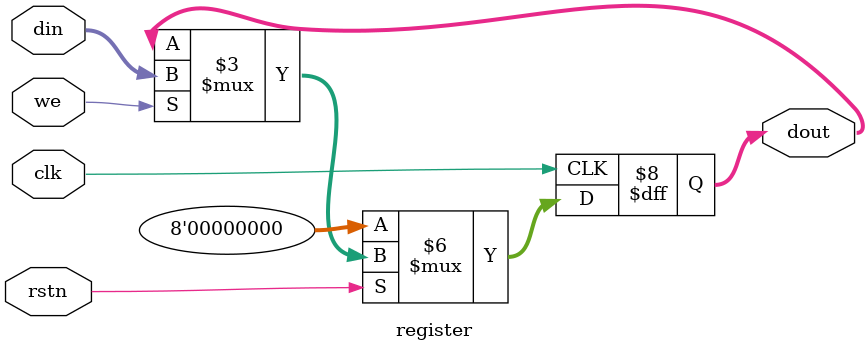
<source format=v>
`timescale 1ns / 1ps


module register#(
    parameter W = 8
    )(
    input               clk,
    input               rstn,
    input       [W-1:0] din,
    input                we,
    output reg  [W-1:0] dout
    );
    always @(posedge clk) begin
        if(!rstn) dout <= 0;
        else if(we) dout <= din;
    end
endmodule

</source>
